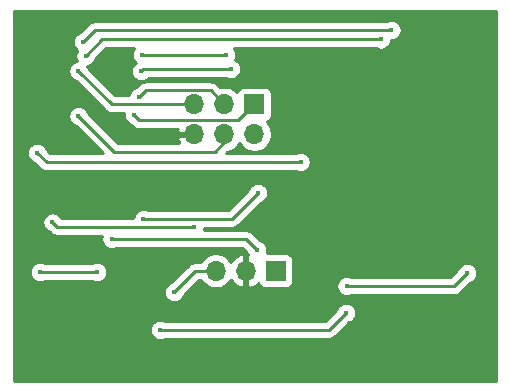
<source format=gbr>
G04 #@! TF.GenerationSoftware,KiCad,Pcbnew,(5.1.8)-1*
G04 #@! TF.CreationDate,2020-12-08T15:00:02-05:00*
G04 #@! TF.ProjectId,megadesk,6d656761-6465-4736-9b2e-6b696361645f,rev?*
G04 #@! TF.SameCoordinates,Original*
G04 #@! TF.FileFunction,Copper,L2,Bot*
G04 #@! TF.FilePolarity,Positive*
%FSLAX46Y46*%
G04 Gerber Fmt 4.6, Leading zero omitted, Abs format (unit mm)*
G04 Created by KiCad (PCBNEW (5.1.8)-1) date 2020-12-08 15:00:02*
%MOMM*%
%LPD*%
G01*
G04 APERTURE LIST*
G04 #@! TA.AperFunction,ComponentPad*
%ADD10R,1.700000X1.700000*%
G04 #@! TD*
G04 #@! TA.AperFunction,ComponentPad*
%ADD11O,1.700000X1.700000*%
G04 #@! TD*
G04 #@! TA.AperFunction,ViaPad*
%ADD12C,0.450000*%
G04 #@! TD*
G04 #@! TA.AperFunction,Conductor*
%ADD13C,0.250000*%
G04 #@! TD*
G04 #@! TA.AperFunction,Conductor*
%ADD14C,0.254000*%
G04 #@! TD*
G04 #@! TA.AperFunction,Conductor*
%ADD15C,0.100000*%
G04 #@! TD*
G04 APERTURE END LIST*
D10*
X119800000Y-113200000D03*
D11*
X119800000Y-115740000D03*
X117260000Y-113200000D03*
X117260000Y-115740000D03*
X114720000Y-113200000D03*
X114720000Y-115740000D03*
D10*
X121600000Y-127300000D03*
D11*
X119060000Y-127300000D03*
X116520000Y-127300000D03*
D12*
X102700000Y-123200000D03*
X101630000Y-127400000D03*
X106480000Y-127400000D03*
X114700000Y-123600000D03*
X112500000Y-115900000D03*
X109800000Y-116000000D03*
X130300000Y-118100000D03*
X131700000Y-129600000D03*
X131700000Y-130600000D03*
X131700000Y-131600000D03*
X131700000Y-132600000D03*
X131700000Y-133600000D03*
X131700000Y-134600000D03*
X131700000Y-135600000D03*
X130700000Y-129600000D03*
X130700000Y-130600000D03*
X130700000Y-131600000D03*
X130700000Y-132600000D03*
X130700000Y-133600000D03*
X130700000Y-134600000D03*
X130700000Y-135600000D03*
X108900000Y-120000000D03*
X114500000Y-121500000D03*
X107700000Y-131600000D03*
X107700000Y-132600000D03*
X107700000Y-133600000D03*
X107700000Y-134600000D03*
X108700000Y-131600000D03*
X108700000Y-132600000D03*
X108700000Y-133600000D03*
X108700000Y-134600000D03*
X108700000Y-135600000D03*
X107700000Y-135600000D03*
X128000000Y-109300000D03*
X132800000Y-115700000D03*
X118700000Y-119600000D03*
X121800000Y-121600000D03*
X111800000Y-132300000D03*
X127570000Y-130840000D03*
X113000000Y-129100000D03*
X109600000Y-114100000D03*
X110000000Y-112600000D03*
X104900000Y-114200000D03*
X104900000Y-110400000D03*
X137800000Y-127500000D03*
X107700000Y-124600000D03*
X127600000Y-128600000D03*
X120036000Y-125555000D03*
X110300000Y-109000000D03*
X117400000Y-109000000D03*
X117800000Y-110200000D03*
X110200000Y-110400000D03*
X120100000Y-120700000D03*
X110400000Y-122899994D03*
X131400000Y-106900000D03*
X105300000Y-107900000D03*
X130500000Y-107700000D03*
X105500000Y-109100000D03*
X123700000Y-118100000D03*
X101400000Y-117300000D03*
D13*
X103100000Y-123600000D02*
X102700000Y-123200000D01*
X114700000Y-123600000D02*
X103100000Y-123600000D01*
X101630000Y-127400000D02*
X106480000Y-127400000D01*
X126110000Y-132300000D02*
X127570000Y-130840000D01*
X111800000Y-132300000D02*
X126110000Y-132300000D01*
X116520000Y-127300000D02*
X114800000Y-127300000D01*
X114800000Y-127300000D02*
X113000000Y-129100000D01*
X118435001Y-114564999D02*
X119800000Y-113200000D01*
X110064999Y-114564999D02*
X118435001Y-114564999D01*
X109600000Y-114100000D02*
X110064999Y-114564999D01*
X116084999Y-112024999D02*
X117260000Y-113200000D01*
X110575001Y-112024999D02*
X116084999Y-112024999D01*
X110000000Y-112600000D02*
X110575001Y-112024999D01*
X116430002Y-117200000D02*
X117260000Y-116370002D01*
X107900000Y-117200000D02*
X116430002Y-117200000D01*
X117260000Y-116370002D02*
X117260000Y-115740000D01*
X104900000Y-114200000D02*
X107900000Y-117200000D01*
X107700000Y-113200000D02*
X114720000Y-113200000D01*
X104900000Y-110400000D02*
X107700000Y-113200000D01*
X136700000Y-128600000D02*
X127600000Y-128600000D01*
X137800000Y-127500000D02*
X136700000Y-128600000D01*
X119081000Y-124600000D02*
X120036000Y-125555000D01*
X107700000Y-124600000D02*
X119081000Y-124600000D01*
X110300000Y-109000000D02*
X117400000Y-109000000D01*
X110400000Y-110200000D02*
X110200000Y-110400000D01*
X117800000Y-110200000D02*
X110400000Y-110200000D01*
X120100000Y-120700000D02*
X117900006Y-122899994D01*
X117900006Y-122899994D02*
X110400000Y-122899994D01*
X106300000Y-106900000D02*
X105300000Y-107900000D01*
X131400000Y-106900000D02*
X106300000Y-106900000D01*
X106900000Y-107700000D02*
X105500000Y-109100000D01*
X130500000Y-107700000D02*
X106900000Y-107700000D01*
X123700000Y-118100000D02*
X102200000Y-118100000D01*
X102200000Y-118100000D02*
X101400000Y-117300000D01*
D14*
X140240000Y-136640000D02*
X99410000Y-136640000D01*
X99410000Y-132215297D01*
X110940000Y-132215297D01*
X110940000Y-132384703D01*
X110973049Y-132550853D01*
X111037878Y-132707363D01*
X111131995Y-132848218D01*
X111251782Y-132968005D01*
X111392637Y-133062122D01*
X111549147Y-133126951D01*
X111715297Y-133160000D01*
X111884703Y-133160000D01*
X112050853Y-133126951D01*
X112207363Y-133062122D01*
X112210539Y-133060000D01*
X126072678Y-133060000D01*
X126110000Y-133063676D01*
X126147322Y-133060000D01*
X126147333Y-133060000D01*
X126258986Y-133049003D01*
X126402247Y-133005546D01*
X126534276Y-132934974D01*
X126650001Y-132840001D01*
X126673804Y-132810997D01*
X127817105Y-131667696D01*
X127820853Y-131666951D01*
X127977363Y-131602122D01*
X128118218Y-131508005D01*
X128238005Y-131388218D01*
X128332122Y-131247363D01*
X128396951Y-131090853D01*
X128430000Y-130924703D01*
X128430000Y-130755297D01*
X128396951Y-130589147D01*
X128332122Y-130432637D01*
X128238005Y-130291782D01*
X128118218Y-130171995D01*
X127977363Y-130077878D01*
X127820853Y-130013049D01*
X127654703Y-129980000D01*
X127485297Y-129980000D01*
X127319147Y-130013049D01*
X127162637Y-130077878D01*
X127021782Y-130171995D01*
X126901995Y-130291782D01*
X126807878Y-130432637D01*
X126743049Y-130589147D01*
X126742304Y-130592895D01*
X125795199Y-131540000D01*
X112210539Y-131540000D01*
X112207363Y-131537878D01*
X112050853Y-131473049D01*
X111884703Y-131440000D01*
X111715297Y-131440000D01*
X111549147Y-131473049D01*
X111392637Y-131537878D01*
X111251782Y-131631995D01*
X111131995Y-131751782D01*
X111037878Y-131892637D01*
X110973049Y-132049147D01*
X110940000Y-132215297D01*
X99410000Y-132215297D01*
X99410000Y-129015297D01*
X112140000Y-129015297D01*
X112140000Y-129184703D01*
X112173049Y-129350853D01*
X112237878Y-129507363D01*
X112331995Y-129648218D01*
X112451782Y-129768005D01*
X112592637Y-129862122D01*
X112749147Y-129926951D01*
X112915297Y-129960000D01*
X113084703Y-129960000D01*
X113250853Y-129926951D01*
X113407363Y-129862122D01*
X113548218Y-129768005D01*
X113668005Y-129648218D01*
X113762122Y-129507363D01*
X113826951Y-129350853D01*
X113827697Y-129347105D01*
X115114803Y-128060000D01*
X115241822Y-128060000D01*
X115366525Y-128246632D01*
X115573368Y-128453475D01*
X115816589Y-128615990D01*
X116086842Y-128727932D01*
X116373740Y-128785000D01*
X116666260Y-128785000D01*
X116953158Y-128727932D01*
X117223411Y-128615990D01*
X117466632Y-128453475D01*
X117673475Y-128246632D01*
X117795195Y-128064466D01*
X117864822Y-128181355D01*
X118059731Y-128397588D01*
X118293080Y-128571641D01*
X118555901Y-128696825D01*
X118703110Y-128741476D01*
X118933000Y-128620155D01*
X118933000Y-127427000D01*
X118913000Y-127427000D01*
X118913000Y-127173000D01*
X118933000Y-127173000D01*
X118933000Y-125979845D01*
X118703110Y-125858524D01*
X118555901Y-125903175D01*
X118293080Y-126028359D01*
X118059731Y-126202412D01*
X117864822Y-126418645D01*
X117795195Y-126535534D01*
X117673475Y-126353368D01*
X117466632Y-126146525D01*
X117223411Y-125984010D01*
X116953158Y-125872068D01*
X116666260Y-125815000D01*
X116373740Y-125815000D01*
X116086842Y-125872068D01*
X115816589Y-125984010D01*
X115573368Y-126146525D01*
X115366525Y-126353368D01*
X115241822Y-126540000D01*
X114837322Y-126540000D01*
X114799999Y-126536324D01*
X114762676Y-126540000D01*
X114762667Y-126540000D01*
X114651014Y-126550997D01*
X114507753Y-126594454D01*
X114375724Y-126665026D01*
X114375722Y-126665027D01*
X114375723Y-126665027D01*
X114288996Y-126736201D01*
X114288992Y-126736205D01*
X114259999Y-126759999D01*
X114236205Y-126788992D01*
X112752895Y-128272303D01*
X112749147Y-128273049D01*
X112592637Y-128337878D01*
X112451782Y-128431995D01*
X112331995Y-128551782D01*
X112237878Y-128692637D01*
X112173049Y-128849147D01*
X112140000Y-129015297D01*
X99410000Y-129015297D01*
X99410000Y-127315297D01*
X100770000Y-127315297D01*
X100770000Y-127484703D01*
X100803049Y-127650853D01*
X100867878Y-127807363D01*
X100961995Y-127948218D01*
X101081782Y-128068005D01*
X101222637Y-128162122D01*
X101379147Y-128226951D01*
X101545297Y-128260000D01*
X101714703Y-128260000D01*
X101880853Y-128226951D01*
X102037363Y-128162122D01*
X102040539Y-128160000D01*
X106069461Y-128160000D01*
X106072637Y-128162122D01*
X106229147Y-128226951D01*
X106395297Y-128260000D01*
X106564703Y-128260000D01*
X106730853Y-128226951D01*
X106887363Y-128162122D01*
X107028218Y-128068005D01*
X107148005Y-127948218D01*
X107242122Y-127807363D01*
X107306951Y-127650853D01*
X107340000Y-127484703D01*
X107340000Y-127315297D01*
X107306951Y-127149147D01*
X107242122Y-126992637D01*
X107148005Y-126851782D01*
X107028218Y-126731995D01*
X106887363Y-126637878D01*
X106730853Y-126573049D01*
X106564703Y-126540000D01*
X106395297Y-126540000D01*
X106229147Y-126573049D01*
X106072637Y-126637878D01*
X106069461Y-126640000D01*
X102040539Y-126640000D01*
X102037363Y-126637878D01*
X101880853Y-126573049D01*
X101714703Y-126540000D01*
X101545297Y-126540000D01*
X101379147Y-126573049D01*
X101222637Y-126637878D01*
X101081782Y-126731995D01*
X100961995Y-126851782D01*
X100867878Y-126992637D01*
X100803049Y-127149147D01*
X100770000Y-127315297D01*
X99410000Y-127315297D01*
X99410000Y-123115297D01*
X101840000Y-123115297D01*
X101840000Y-123284703D01*
X101873049Y-123450853D01*
X101937878Y-123607363D01*
X102031995Y-123748218D01*
X102151782Y-123868005D01*
X102292637Y-123962122D01*
X102449147Y-124026951D01*
X102452895Y-124027696D01*
X102536200Y-124111002D01*
X102559999Y-124140001D01*
X102675724Y-124234974D01*
X102807753Y-124305546D01*
X102951014Y-124349003D01*
X103062667Y-124360000D01*
X103062676Y-124360000D01*
X103099999Y-124363676D01*
X103137322Y-124360000D01*
X106870890Y-124360000D01*
X106840000Y-124515297D01*
X106840000Y-124684703D01*
X106873049Y-124850853D01*
X106937878Y-125007363D01*
X107031995Y-125148218D01*
X107151782Y-125268005D01*
X107292637Y-125362122D01*
X107449147Y-125426951D01*
X107615297Y-125460000D01*
X107784703Y-125460000D01*
X107950853Y-125426951D01*
X108107363Y-125362122D01*
X108110539Y-125360000D01*
X118766199Y-125360000D01*
X119208304Y-125802105D01*
X119209049Y-125805853D01*
X119264236Y-125939085D01*
X119187000Y-125979845D01*
X119187000Y-127173000D01*
X119207000Y-127173000D01*
X119207000Y-127427000D01*
X119187000Y-127427000D01*
X119187000Y-128620155D01*
X119416890Y-128741476D01*
X119564099Y-128696825D01*
X119826920Y-128571641D01*
X120060269Y-128397588D01*
X120136034Y-128313534D01*
X120160498Y-128394180D01*
X120219463Y-128504494D01*
X120298815Y-128601185D01*
X120395506Y-128680537D01*
X120505820Y-128739502D01*
X120625518Y-128775812D01*
X120750000Y-128788072D01*
X122450000Y-128788072D01*
X122574482Y-128775812D01*
X122694180Y-128739502D01*
X122804494Y-128680537D01*
X122901185Y-128601185D01*
X122971671Y-128515297D01*
X126740000Y-128515297D01*
X126740000Y-128684703D01*
X126773049Y-128850853D01*
X126837878Y-129007363D01*
X126931995Y-129148218D01*
X127051782Y-129268005D01*
X127192637Y-129362122D01*
X127349147Y-129426951D01*
X127515297Y-129460000D01*
X127684703Y-129460000D01*
X127850853Y-129426951D01*
X128007363Y-129362122D01*
X128010539Y-129360000D01*
X136662678Y-129360000D01*
X136700000Y-129363676D01*
X136737322Y-129360000D01*
X136737333Y-129360000D01*
X136848986Y-129349003D01*
X136992247Y-129305546D01*
X137124276Y-129234974D01*
X137240001Y-129140001D01*
X137263804Y-129110998D01*
X138047105Y-128327696D01*
X138050853Y-128326951D01*
X138207363Y-128262122D01*
X138348218Y-128168005D01*
X138468005Y-128048218D01*
X138562122Y-127907363D01*
X138626951Y-127750853D01*
X138660000Y-127584703D01*
X138660000Y-127415297D01*
X138626951Y-127249147D01*
X138562122Y-127092637D01*
X138468005Y-126951782D01*
X138348218Y-126831995D01*
X138207363Y-126737878D01*
X138050853Y-126673049D01*
X137884703Y-126640000D01*
X137715297Y-126640000D01*
X137549147Y-126673049D01*
X137392637Y-126737878D01*
X137251782Y-126831995D01*
X137131995Y-126951782D01*
X137037878Y-127092637D01*
X136973049Y-127249147D01*
X136972304Y-127252895D01*
X136385199Y-127840000D01*
X128010539Y-127840000D01*
X128007363Y-127837878D01*
X127850853Y-127773049D01*
X127684703Y-127740000D01*
X127515297Y-127740000D01*
X127349147Y-127773049D01*
X127192637Y-127837878D01*
X127051782Y-127931995D01*
X126931995Y-128051782D01*
X126837878Y-128192637D01*
X126773049Y-128349147D01*
X126740000Y-128515297D01*
X122971671Y-128515297D01*
X122980537Y-128504494D01*
X123039502Y-128394180D01*
X123075812Y-128274482D01*
X123088072Y-128150000D01*
X123088072Y-126450000D01*
X123075812Y-126325518D01*
X123039502Y-126205820D01*
X122980537Y-126095506D01*
X122901185Y-125998815D01*
X122804494Y-125919463D01*
X122694180Y-125860498D01*
X122574482Y-125824188D01*
X122450000Y-125811928D01*
X120860435Y-125811928D01*
X120862951Y-125805853D01*
X120896000Y-125639703D01*
X120896000Y-125470297D01*
X120862951Y-125304147D01*
X120798122Y-125147637D01*
X120704005Y-125006782D01*
X120584218Y-124886995D01*
X120443363Y-124792878D01*
X120286853Y-124728049D01*
X120283105Y-124727304D01*
X119644804Y-124089002D01*
X119621001Y-124059999D01*
X119505276Y-123965026D01*
X119373247Y-123894454D01*
X119229986Y-123850997D01*
X119118333Y-123840000D01*
X119118322Y-123840000D01*
X119081000Y-123836324D01*
X119043678Y-123840000D01*
X115529110Y-123840000D01*
X115560000Y-123684703D01*
X115560000Y-123659994D01*
X117862684Y-123659994D01*
X117900006Y-123663670D01*
X117937328Y-123659994D01*
X117937339Y-123659994D01*
X118048992Y-123648997D01*
X118192253Y-123605540D01*
X118324282Y-123534968D01*
X118440007Y-123439995D01*
X118463810Y-123410991D01*
X120347105Y-121527696D01*
X120350853Y-121526951D01*
X120507363Y-121462122D01*
X120648218Y-121368005D01*
X120768005Y-121248218D01*
X120862122Y-121107363D01*
X120926951Y-120950853D01*
X120960000Y-120784703D01*
X120960000Y-120615297D01*
X120926951Y-120449147D01*
X120862122Y-120292637D01*
X120768005Y-120151782D01*
X120648218Y-120031995D01*
X120507363Y-119937878D01*
X120350853Y-119873049D01*
X120184703Y-119840000D01*
X120015297Y-119840000D01*
X119849147Y-119873049D01*
X119692637Y-119937878D01*
X119551782Y-120031995D01*
X119431995Y-120151782D01*
X119337878Y-120292637D01*
X119273049Y-120449147D01*
X119272304Y-120452895D01*
X117585205Y-122139994D01*
X110810539Y-122139994D01*
X110807363Y-122137872D01*
X110650853Y-122073043D01*
X110484703Y-122039994D01*
X110315297Y-122039994D01*
X110149147Y-122073043D01*
X109992637Y-122137872D01*
X109851782Y-122231989D01*
X109731995Y-122351776D01*
X109637878Y-122492631D01*
X109573049Y-122649141D01*
X109540000Y-122815291D01*
X109540000Y-122840000D01*
X103481741Y-122840000D01*
X103462122Y-122792637D01*
X103368005Y-122651782D01*
X103248218Y-122531995D01*
X103107363Y-122437878D01*
X102950853Y-122373049D01*
X102784703Y-122340000D01*
X102615297Y-122340000D01*
X102449147Y-122373049D01*
X102292637Y-122437878D01*
X102151782Y-122531995D01*
X102031995Y-122651782D01*
X101937878Y-122792637D01*
X101873049Y-122949147D01*
X101840000Y-123115297D01*
X99410000Y-123115297D01*
X99410000Y-117215297D01*
X100540000Y-117215297D01*
X100540000Y-117384703D01*
X100573049Y-117550853D01*
X100637878Y-117707363D01*
X100731995Y-117848218D01*
X100851782Y-117968005D01*
X100992637Y-118062122D01*
X101149147Y-118126951D01*
X101152895Y-118127697D01*
X101636201Y-118611002D01*
X101659999Y-118640001D01*
X101775724Y-118734974D01*
X101907753Y-118805546D01*
X102051014Y-118849003D01*
X102162667Y-118860000D01*
X102162677Y-118860000D01*
X102200000Y-118863676D01*
X102237323Y-118860000D01*
X123289461Y-118860000D01*
X123292637Y-118862122D01*
X123449147Y-118926951D01*
X123615297Y-118960000D01*
X123784703Y-118960000D01*
X123950853Y-118926951D01*
X124107363Y-118862122D01*
X124248218Y-118768005D01*
X124368005Y-118648218D01*
X124462122Y-118507363D01*
X124526951Y-118350853D01*
X124560000Y-118184703D01*
X124560000Y-118015297D01*
X124526951Y-117849147D01*
X124462122Y-117692637D01*
X124368005Y-117551782D01*
X124248218Y-117431995D01*
X124107363Y-117337878D01*
X123950853Y-117273049D01*
X123784703Y-117240000D01*
X123615297Y-117240000D01*
X123449147Y-117273049D01*
X123292637Y-117337878D01*
X123289461Y-117340000D01*
X117364804Y-117340000D01*
X117498066Y-117206739D01*
X117693158Y-117167932D01*
X117963411Y-117055990D01*
X118206632Y-116893475D01*
X118413475Y-116686632D01*
X118530000Y-116512240D01*
X118646525Y-116686632D01*
X118853368Y-116893475D01*
X119096589Y-117055990D01*
X119366842Y-117167932D01*
X119653740Y-117225000D01*
X119946260Y-117225000D01*
X120233158Y-117167932D01*
X120503411Y-117055990D01*
X120746632Y-116893475D01*
X120953475Y-116686632D01*
X121115990Y-116443411D01*
X121227932Y-116173158D01*
X121285000Y-115886260D01*
X121285000Y-115593740D01*
X121227932Y-115306842D01*
X121115990Y-115036589D01*
X120953475Y-114793368D01*
X120821620Y-114661513D01*
X120894180Y-114639502D01*
X121004494Y-114580537D01*
X121101185Y-114501185D01*
X121180537Y-114404494D01*
X121239502Y-114294180D01*
X121275812Y-114174482D01*
X121288072Y-114050000D01*
X121288072Y-112350000D01*
X121275812Y-112225518D01*
X121239502Y-112105820D01*
X121180537Y-111995506D01*
X121101185Y-111898815D01*
X121004494Y-111819463D01*
X120894180Y-111760498D01*
X120774482Y-111724188D01*
X120650000Y-111711928D01*
X118950000Y-111711928D01*
X118825518Y-111724188D01*
X118705820Y-111760498D01*
X118595506Y-111819463D01*
X118498815Y-111898815D01*
X118419463Y-111995506D01*
X118360498Y-112105820D01*
X118338487Y-112178380D01*
X118206632Y-112046525D01*
X117963411Y-111884010D01*
X117693158Y-111772068D01*
X117406260Y-111715000D01*
X117113740Y-111715000D01*
X116893592Y-111758791D01*
X116648803Y-111514002D01*
X116625000Y-111484998D01*
X116509275Y-111390025D01*
X116377246Y-111319453D01*
X116233985Y-111275996D01*
X116122332Y-111264999D01*
X116122321Y-111264999D01*
X116084999Y-111261323D01*
X116047677Y-111264999D01*
X110612323Y-111264999D01*
X110575000Y-111261323D01*
X110537677Y-111264999D01*
X110537668Y-111264999D01*
X110426015Y-111275996D01*
X110282754Y-111319453D01*
X110150725Y-111390025D01*
X110035000Y-111484998D01*
X110011201Y-111513997D01*
X109752895Y-111772303D01*
X109749147Y-111773049D01*
X109592637Y-111837878D01*
X109451782Y-111931995D01*
X109331995Y-112051782D01*
X109237878Y-112192637D01*
X109173049Y-112349147D01*
X109154977Y-112440000D01*
X108014802Y-112440000D01*
X105727697Y-110152896D01*
X105726951Y-110149147D01*
X105662122Y-109992637D01*
X105633790Y-109950236D01*
X105750853Y-109926951D01*
X105907363Y-109862122D01*
X106048218Y-109768005D01*
X106168005Y-109648218D01*
X106262122Y-109507363D01*
X106326951Y-109350853D01*
X106327697Y-109347105D01*
X107214802Y-108460000D01*
X109626504Y-108460000D01*
X109537878Y-108592637D01*
X109473049Y-108749147D01*
X109440000Y-108915297D01*
X109440000Y-109084703D01*
X109473049Y-109250853D01*
X109537878Y-109407363D01*
X109631995Y-109548218D01*
X109750087Y-109666310D01*
X109651782Y-109731995D01*
X109531995Y-109851782D01*
X109437878Y-109992637D01*
X109373049Y-110149147D01*
X109340000Y-110315297D01*
X109340000Y-110484703D01*
X109373049Y-110650853D01*
X109437878Y-110807363D01*
X109531995Y-110948218D01*
X109651782Y-111068005D01*
X109792637Y-111162122D01*
X109949147Y-111226951D01*
X110115297Y-111260000D01*
X110284703Y-111260000D01*
X110450853Y-111226951D01*
X110607363Y-111162122D01*
X110748218Y-111068005D01*
X110856223Y-110960000D01*
X117389461Y-110960000D01*
X117392637Y-110962122D01*
X117549147Y-111026951D01*
X117715297Y-111060000D01*
X117884703Y-111060000D01*
X118050853Y-111026951D01*
X118207363Y-110962122D01*
X118348218Y-110868005D01*
X118468005Y-110748218D01*
X118562122Y-110607363D01*
X118626951Y-110450853D01*
X118660000Y-110284703D01*
X118660000Y-110115297D01*
X118626951Y-109949147D01*
X118562122Y-109792637D01*
X118468005Y-109651782D01*
X118348218Y-109531995D01*
X118207363Y-109437878D01*
X118155959Y-109416586D01*
X118162122Y-109407363D01*
X118226951Y-109250853D01*
X118260000Y-109084703D01*
X118260000Y-108915297D01*
X118226951Y-108749147D01*
X118162122Y-108592637D01*
X118073496Y-108460000D01*
X130089461Y-108460000D01*
X130092637Y-108462122D01*
X130249147Y-108526951D01*
X130415297Y-108560000D01*
X130584703Y-108560000D01*
X130750853Y-108526951D01*
X130907363Y-108462122D01*
X131048218Y-108368005D01*
X131168005Y-108248218D01*
X131262122Y-108107363D01*
X131326951Y-107950853D01*
X131360000Y-107784703D01*
X131360000Y-107760000D01*
X131484703Y-107760000D01*
X131650853Y-107726951D01*
X131807363Y-107662122D01*
X131948218Y-107568005D01*
X132068005Y-107448218D01*
X132162122Y-107307363D01*
X132226951Y-107150853D01*
X132260000Y-106984703D01*
X132260000Y-106815297D01*
X132226951Y-106649147D01*
X132162122Y-106492637D01*
X132068005Y-106351782D01*
X131948218Y-106231995D01*
X131807363Y-106137878D01*
X131650853Y-106073049D01*
X131484703Y-106040000D01*
X131315297Y-106040000D01*
X131149147Y-106073049D01*
X130992637Y-106137878D01*
X130989461Y-106140000D01*
X106337333Y-106140000D01*
X106300000Y-106136323D01*
X106262667Y-106140000D01*
X106151014Y-106150997D01*
X106007753Y-106194454D01*
X105875724Y-106265026D01*
X105759999Y-106359999D01*
X105736201Y-106388997D01*
X105052895Y-107072303D01*
X105049147Y-107073049D01*
X104892637Y-107137878D01*
X104751782Y-107231995D01*
X104631995Y-107351782D01*
X104537878Y-107492637D01*
X104473049Y-107649147D01*
X104440000Y-107815297D01*
X104440000Y-107984703D01*
X104473049Y-108150853D01*
X104537878Y-108307363D01*
X104631995Y-108448218D01*
X104751782Y-108568005D01*
X104799742Y-108600051D01*
X104737878Y-108692637D01*
X104673049Y-108849147D01*
X104640000Y-109015297D01*
X104640000Y-109184703D01*
X104673049Y-109350853D01*
X104737878Y-109507363D01*
X104766210Y-109549764D01*
X104649147Y-109573049D01*
X104492637Y-109637878D01*
X104351782Y-109731995D01*
X104231995Y-109851782D01*
X104137878Y-109992637D01*
X104073049Y-110149147D01*
X104040000Y-110315297D01*
X104040000Y-110484703D01*
X104073049Y-110650853D01*
X104137878Y-110807363D01*
X104231995Y-110948218D01*
X104351782Y-111068005D01*
X104492637Y-111162122D01*
X104649147Y-111226951D01*
X104652896Y-111227697D01*
X107136201Y-113711003D01*
X107159999Y-113740001D01*
X107188997Y-113763799D01*
X107275723Y-113834974D01*
X107302239Y-113849147D01*
X107407753Y-113905546D01*
X107551014Y-113949003D01*
X107662667Y-113960000D01*
X107662677Y-113960000D01*
X107700000Y-113963676D01*
X107737323Y-113960000D01*
X108750999Y-113960000D01*
X108740000Y-114015297D01*
X108740000Y-114184703D01*
X108773049Y-114350853D01*
X108837878Y-114507363D01*
X108931995Y-114648218D01*
X109051782Y-114768005D01*
X109192637Y-114862122D01*
X109349147Y-114926951D01*
X109352896Y-114927697D01*
X109501195Y-115075996D01*
X109524998Y-115105000D01*
X109598145Y-115165030D01*
X109640722Y-115199973D01*
X109772752Y-115270545D01*
X109916013Y-115314002D01*
X110027666Y-115324999D01*
X110027676Y-115324999D01*
X110064999Y-115328675D01*
X110102322Y-115324999D01*
X113299132Y-115324999D01*
X113278519Y-115383109D01*
X113399186Y-115613000D01*
X114593000Y-115613000D01*
X114593000Y-115593000D01*
X114847000Y-115593000D01*
X114847000Y-115613000D01*
X114867000Y-115613000D01*
X114867000Y-115867000D01*
X114847000Y-115867000D01*
X114847000Y-115887000D01*
X114593000Y-115887000D01*
X114593000Y-115867000D01*
X113399186Y-115867000D01*
X113278519Y-116096891D01*
X113375843Y-116371252D01*
X113416794Y-116440000D01*
X108214802Y-116440000D01*
X105727697Y-113952896D01*
X105726951Y-113949147D01*
X105662122Y-113792637D01*
X105568005Y-113651782D01*
X105448218Y-113531995D01*
X105307363Y-113437878D01*
X105150853Y-113373049D01*
X104984703Y-113340000D01*
X104815297Y-113340000D01*
X104649147Y-113373049D01*
X104492637Y-113437878D01*
X104351782Y-113531995D01*
X104231995Y-113651782D01*
X104137878Y-113792637D01*
X104073049Y-113949147D01*
X104040000Y-114115297D01*
X104040000Y-114284703D01*
X104073049Y-114450853D01*
X104137878Y-114607363D01*
X104231995Y-114748218D01*
X104351782Y-114868005D01*
X104492637Y-114962122D01*
X104649147Y-115026951D01*
X104652896Y-115027697D01*
X106965198Y-117340000D01*
X102514802Y-117340000D01*
X102227697Y-117052895D01*
X102226951Y-117049147D01*
X102162122Y-116892637D01*
X102068005Y-116751782D01*
X101948218Y-116631995D01*
X101807363Y-116537878D01*
X101650853Y-116473049D01*
X101484703Y-116440000D01*
X101315297Y-116440000D01*
X101149147Y-116473049D01*
X100992637Y-116537878D01*
X100851782Y-116631995D01*
X100731995Y-116751782D01*
X100637878Y-116892637D01*
X100573049Y-117049147D01*
X100540000Y-117215297D01*
X99410000Y-117215297D01*
X99410000Y-105310000D01*
X140240001Y-105310000D01*
X140240000Y-136640000D01*
G04 #@! TA.AperFunction,Conductor*
D15*
G36*
X140240000Y-136640000D02*
G01*
X99410000Y-136640000D01*
X99410000Y-132215297D01*
X110940000Y-132215297D01*
X110940000Y-132384703D01*
X110973049Y-132550853D01*
X111037878Y-132707363D01*
X111131995Y-132848218D01*
X111251782Y-132968005D01*
X111392637Y-133062122D01*
X111549147Y-133126951D01*
X111715297Y-133160000D01*
X111884703Y-133160000D01*
X112050853Y-133126951D01*
X112207363Y-133062122D01*
X112210539Y-133060000D01*
X126072678Y-133060000D01*
X126110000Y-133063676D01*
X126147322Y-133060000D01*
X126147333Y-133060000D01*
X126258986Y-133049003D01*
X126402247Y-133005546D01*
X126534276Y-132934974D01*
X126650001Y-132840001D01*
X126673804Y-132810997D01*
X127817105Y-131667696D01*
X127820853Y-131666951D01*
X127977363Y-131602122D01*
X128118218Y-131508005D01*
X128238005Y-131388218D01*
X128332122Y-131247363D01*
X128396951Y-131090853D01*
X128430000Y-130924703D01*
X128430000Y-130755297D01*
X128396951Y-130589147D01*
X128332122Y-130432637D01*
X128238005Y-130291782D01*
X128118218Y-130171995D01*
X127977363Y-130077878D01*
X127820853Y-130013049D01*
X127654703Y-129980000D01*
X127485297Y-129980000D01*
X127319147Y-130013049D01*
X127162637Y-130077878D01*
X127021782Y-130171995D01*
X126901995Y-130291782D01*
X126807878Y-130432637D01*
X126743049Y-130589147D01*
X126742304Y-130592895D01*
X125795199Y-131540000D01*
X112210539Y-131540000D01*
X112207363Y-131537878D01*
X112050853Y-131473049D01*
X111884703Y-131440000D01*
X111715297Y-131440000D01*
X111549147Y-131473049D01*
X111392637Y-131537878D01*
X111251782Y-131631995D01*
X111131995Y-131751782D01*
X111037878Y-131892637D01*
X110973049Y-132049147D01*
X110940000Y-132215297D01*
X99410000Y-132215297D01*
X99410000Y-129015297D01*
X112140000Y-129015297D01*
X112140000Y-129184703D01*
X112173049Y-129350853D01*
X112237878Y-129507363D01*
X112331995Y-129648218D01*
X112451782Y-129768005D01*
X112592637Y-129862122D01*
X112749147Y-129926951D01*
X112915297Y-129960000D01*
X113084703Y-129960000D01*
X113250853Y-129926951D01*
X113407363Y-129862122D01*
X113548218Y-129768005D01*
X113668005Y-129648218D01*
X113762122Y-129507363D01*
X113826951Y-129350853D01*
X113827697Y-129347105D01*
X115114803Y-128060000D01*
X115241822Y-128060000D01*
X115366525Y-128246632D01*
X115573368Y-128453475D01*
X115816589Y-128615990D01*
X116086842Y-128727932D01*
X116373740Y-128785000D01*
X116666260Y-128785000D01*
X116953158Y-128727932D01*
X117223411Y-128615990D01*
X117466632Y-128453475D01*
X117673475Y-128246632D01*
X117795195Y-128064466D01*
X117864822Y-128181355D01*
X118059731Y-128397588D01*
X118293080Y-128571641D01*
X118555901Y-128696825D01*
X118703110Y-128741476D01*
X118933000Y-128620155D01*
X118933000Y-127427000D01*
X118913000Y-127427000D01*
X118913000Y-127173000D01*
X118933000Y-127173000D01*
X118933000Y-125979845D01*
X118703110Y-125858524D01*
X118555901Y-125903175D01*
X118293080Y-126028359D01*
X118059731Y-126202412D01*
X117864822Y-126418645D01*
X117795195Y-126535534D01*
X117673475Y-126353368D01*
X117466632Y-126146525D01*
X117223411Y-125984010D01*
X116953158Y-125872068D01*
X116666260Y-125815000D01*
X116373740Y-125815000D01*
X116086842Y-125872068D01*
X115816589Y-125984010D01*
X115573368Y-126146525D01*
X115366525Y-126353368D01*
X115241822Y-126540000D01*
X114837322Y-126540000D01*
X114799999Y-126536324D01*
X114762676Y-126540000D01*
X114762667Y-126540000D01*
X114651014Y-126550997D01*
X114507753Y-126594454D01*
X114375724Y-126665026D01*
X114375722Y-126665027D01*
X114375723Y-126665027D01*
X114288996Y-126736201D01*
X114288992Y-126736205D01*
X114259999Y-126759999D01*
X114236205Y-126788992D01*
X112752895Y-128272303D01*
X112749147Y-128273049D01*
X112592637Y-128337878D01*
X112451782Y-128431995D01*
X112331995Y-128551782D01*
X112237878Y-128692637D01*
X112173049Y-128849147D01*
X112140000Y-129015297D01*
X99410000Y-129015297D01*
X99410000Y-127315297D01*
X100770000Y-127315297D01*
X100770000Y-127484703D01*
X100803049Y-127650853D01*
X100867878Y-127807363D01*
X100961995Y-127948218D01*
X101081782Y-128068005D01*
X101222637Y-128162122D01*
X101379147Y-128226951D01*
X101545297Y-128260000D01*
X101714703Y-128260000D01*
X101880853Y-128226951D01*
X102037363Y-128162122D01*
X102040539Y-128160000D01*
X106069461Y-128160000D01*
X106072637Y-128162122D01*
X106229147Y-128226951D01*
X106395297Y-128260000D01*
X106564703Y-128260000D01*
X106730853Y-128226951D01*
X106887363Y-128162122D01*
X107028218Y-128068005D01*
X107148005Y-127948218D01*
X107242122Y-127807363D01*
X107306951Y-127650853D01*
X107340000Y-127484703D01*
X107340000Y-127315297D01*
X107306951Y-127149147D01*
X107242122Y-126992637D01*
X107148005Y-126851782D01*
X107028218Y-126731995D01*
X106887363Y-126637878D01*
X106730853Y-126573049D01*
X106564703Y-126540000D01*
X106395297Y-126540000D01*
X106229147Y-126573049D01*
X106072637Y-126637878D01*
X106069461Y-126640000D01*
X102040539Y-126640000D01*
X102037363Y-126637878D01*
X101880853Y-126573049D01*
X101714703Y-126540000D01*
X101545297Y-126540000D01*
X101379147Y-126573049D01*
X101222637Y-126637878D01*
X101081782Y-126731995D01*
X100961995Y-126851782D01*
X100867878Y-126992637D01*
X100803049Y-127149147D01*
X100770000Y-127315297D01*
X99410000Y-127315297D01*
X99410000Y-123115297D01*
X101840000Y-123115297D01*
X101840000Y-123284703D01*
X101873049Y-123450853D01*
X101937878Y-123607363D01*
X102031995Y-123748218D01*
X102151782Y-123868005D01*
X102292637Y-123962122D01*
X102449147Y-124026951D01*
X102452895Y-124027696D01*
X102536200Y-124111002D01*
X102559999Y-124140001D01*
X102675724Y-124234974D01*
X102807753Y-124305546D01*
X102951014Y-124349003D01*
X103062667Y-124360000D01*
X103062676Y-124360000D01*
X103099999Y-124363676D01*
X103137322Y-124360000D01*
X106870890Y-124360000D01*
X106840000Y-124515297D01*
X106840000Y-124684703D01*
X106873049Y-124850853D01*
X106937878Y-125007363D01*
X107031995Y-125148218D01*
X107151782Y-125268005D01*
X107292637Y-125362122D01*
X107449147Y-125426951D01*
X107615297Y-125460000D01*
X107784703Y-125460000D01*
X107950853Y-125426951D01*
X108107363Y-125362122D01*
X108110539Y-125360000D01*
X118766199Y-125360000D01*
X119208304Y-125802105D01*
X119209049Y-125805853D01*
X119264236Y-125939085D01*
X119187000Y-125979845D01*
X119187000Y-127173000D01*
X119207000Y-127173000D01*
X119207000Y-127427000D01*
X119187000Y-127427000D01*
X119187000Y-128620155D01*
X119416890Y-128741476D01*
X119564099Y-128696825D01*
X119826920Y-128571641D01*
X120060269Y-128397588D01*
X120136034Y-128313534D01*
X120160498Y-128394180D01*
X120219463Y-128504494D01*
X120298815Y-128601185D01*
X120395506Y-128680537D01*
X120505820Y-128739502D01*
X120625518Y-128775812D01*
X120750000Y-128788072D01*
X122450000Y-128788072D01*
X122574482Y-128775812D01*
X122694180Y-128739502D01*
X122804494Y-128680537D01*
X122901185Y-128601185D01*
X122971671Y-128515297D01*
X126740000Y-128515297D01*
X126740000Y-128684703D01*
X126773049Y-128850853D01*
X126837878Y-129007363D01*
X126931995Y-129148218D01*
X127051782Y-129268005D01*
X127192637Y-129362122D01*
X127349147Y-129426951D01*
X127515297Y-129460000D01*
X127684703Y-129460000D01*
X127850853Y-129426951D01*
X128007363Y-129362122D01*
X128010539Y-129360000D01*
X136662678Y-129360000D01*
X136700000Y-129363676D01*
X136737322Y-129360000D01*
X136737333Y-129360000D01*
X136848986Y-129349003D01*
X136992247Y-129305546D01*
X137124276Y-129234974D01*
X137240001Y-129140001D01*
X137263804Y-129110998D01*
X138047105Y-128327696D01*
X138050853Y-128326951D01*
X138207363Y-128262122D01*
X138348218Y-128168005D01*
X138468005Y-128048218D01*
X138562122Y-127907363D01*
X138626951Y-127750853D01*
X138660000Y-127584703D01*
X138660000Y-127415297D01*
X138626951Y-127249147D01*
X138562122Y-127092637D01*
X138468005Y-126951782D01*
X138348218Y-126831995D01*
X138207363Y-126737878D01*
X138050853Y-126673049D01*
X137884703Y-126640000D01*
X137715297Y-126640000D01*
X137549147Y-126673049D01*
X137392637Y-126737878D01*
X137251782Y-126831995D01*
X137131995Y-126951782D01*
X137037878Y-127092637D01*
X136973049Y-127249147D01*
X136972304Y-127252895D01*
X136385199Y-127840000D01*
X128010539Y-127840000D01*
X128007363Y-127837878D01*
X127850853Y-127773049D01*
X127684703Y-127740000D01*
X127515297Y-127740000D01*
X127349147Y-127773049D01*
X127192637Y-127837878D01*
X127051782Y-127931995D01*
X126931995Y-128051782D01*
X126837878Y-128192637D01*
X126773049Y-128349147D01*
X126740000Y-128515297D01*
X122971671Y-128515297D01*
X122980537Y-128504494D01*
X123039502Y-128394180D01*
X123075812Y-128274482D01*
X123088072Y-128150000D01*
X123088072Y-126450000D01*
X123075812Y-126325518D01*
X123039502Y-126205820D01*
X122980537Y-126095506D01*
X122901185Y-125998815D01*
X122804494Y-125919463D01*
X122694180Y-125860498D01*
X122574482Y-125824188D01*
X122450000Y-125811928D01*
X120860435Y-125811928D01*
X120862951Y-125805853D01*
X120896000Y-125639703D01*
X120896000Y-125470297D01*
X120862951Y-125304147D01*
X120798122Y-125147637D01*
X120704005Y-125006782D01*
X120584218Y-124886995D01*
X120443363Y-124792878D01*
X120286853Y-124728049D01*
X120283105Y-124727304D01*
X119644804Y-124089002D01*
X119621001Y-124059999D01*
X119505276Y-123965026D01*
X119373247Y-123894454D01*
X119229986Y-123850997D01*
X119118333Y-123840000D01*
X119118322Y-123840000D01*
X119081000Y-123836324D01*
X119043678Y-123840000D01*
X115529110Y-123840000D01*
X115560000Y-123684703D01*
X115560000Y-123659994D01*
X117862684Y-123659994D01*
X117900006Y-123663670D01*
X117937328Y-123659994D01*
X117937339Y-123659994D01*
X118048992Y-123648997D01*
X118192253Y-123605540D01*
X118324282Y-123534968D01*
X118440007Y-123439995D01*
X118463810Y-123410991D01*
X120347105Y-121527696D01*
X120350853Y-121526951D01*
X120507363Y-121462122D01*
X120648218Y-121368005D01*
X120768005Y-121248218D01*
X120862122Y-121107363D01*
X120926951Y-120950853D01*
X120960000Y-120784703D01*
X120960000Y-120615297D01*
X120926951Y-120449147D01*
X120862122Y-120292637D01*
X120768005Y-120151782D01*
X120648218Y-120031995D01*
X120507363Y-119937878D01*
X120350853Y-119873049D01*
X120184703Y-119840000D01*
X120015297Y-119840000D01*
X119849147Y-119873049D01*
X119692637Y-119937878D01*
X119551782Y-120031995D01*
X119431995Y-120151782D01*
X119337878Y-120292637D01*
X119273049Y-120449147D01*
X119272304Y-120452895D01*
X117585205Y-122139994D01*
X110810539Y-122139994D01*
X110807363Y-122137872D01*
X110650853Y-122073043D01*
X110484703Y-122039994D01*
X110315297Y-122039994D01*
X110149147Y-122073043D01*
X109992637Y-122137872D01*
X109851782Y-122231989D01*
X109731995Y-122351776D01*
X109637878Y-122492631D01*
X109573049Y-122649141D01*
X109540000Y-122815291D01*
X109540000Y-122840000D01*
X103481741Y-122840000D01*
X103462122Y-122792637D01*
X103368005Y-122651782D01*
X103248218Y-122531995D01*
X103107363Y-122437878D01*
X102950853Y-122373049D01*
X102784703Y-122340000D01*
X102615297Y-122340000D01*
X102449147Y-122373049D01*
X102292637Y-122437878D01*
X102151782Y-122531995D01*
X102031995Y-122651782D01*
X101937878Y-122792637D01*
X101873049Y-122949147D01*
X101840000Y-123115297D01*
X99410000Y-123115297D01*
X99410000Y-117215297D01*
X100540000Y-117215297D01*
X100540000Y-117384703D01*
X100573049Y-117550853D01*
X100637878Y-117707363D01*
X100731995Y-117848218D01*
X100851782Y-117968005D01*
X100992637Y-118062122D01*
X101149147Y-118126951D01*
X101152895Y-118127697D01*
X101636201Y-118611002D01*
X101659999Y-118640001D01*
X101775724Y-118734974D01*
X101907753Y-118805546D01*
X102051014Y-118849003D01*
X102162667Y-118860000D01*
X102162677Y-118860000D01*
X102200000Y-118863676D01*
X102237323Y-118860000D01*
X123289461Y-118860000D01*
X123292637Y-118862122D01*
X123449147Y-118926951D01*
X123615297Y-118960000D01*
X123784703Y-118960000D01*
X123950853Y-118926951D01*
X124107363Y-118862122D01*
X124248218Y-118768005D01*
X124368005Y-118648218D01*
X124462122Y-118507363D01*
X124526951Y-118350853D01*
X124560000Y-118184703D01*
X124560000Y-118015297D01*
X124526951Y-117849147D01*
X124462122Y-117692637D01*
X124368005Y-117551782D01*
X124248218Y-117431995D01*
X124107363Y-117337878D01*
X123950853Y-117273049D01*
X123784703Y-117240000D01*
X123615297Y-117240000D01*
X123449147Y-117273049D01*
X123292637Y-117337878D01*
X123289461Y-117340000D01*
X117364804Y-117340000D01*
X117498066Y-117206739D01*
X117693158Y-117167932D01*
X117963411Y-117055990D01*
X118206632Y-116893475D01*
X118413475Y-116686632D01*
X118530000Y-116512240D01*
X118646525Y-116686632D01*
X118853368Y-116893475D01*
X119096589Y-117055990D01*
X119366842Y-117167932D01*
X119653740Y-117225000D01*
X119946260Y-117225000D01*
X120233158Y-117167932D01*
X120503411Y-117055990D01*
X120746632Y-116893475D01*
X120953475Y-116686632D01*
X121115990Y-116443411D01*
X121227932Y-116173158D01*
X121285000Y-115886260D01*
X121285000Y-115593740D01*
X121227932Y-115306842D01*
X121115990Y-115036589D01*
X120953475Y-114793368D01*
X120821620Y-114661513D01*
X120894180Y-114639502D01*
X121004494Y-114580537D01*
X121101185Y-114501185D01*
X121180537Y-114404494D01*
X121239502Y-114294180D01*
X121275812Y-114174482D01*
X121288072Y-114050000D01*
X121288072Y-112350000D01*
X121275812Y-112225518D01*
X121239502Y-112105820D01*
X121180537Y-111995506D01*
X121101185Y-111898815D01*
X121004494Y-111819463D01*
X120894180Y-111760498D01*
X120774482Y-111724188D01*
X120650000Y-111711928D01*
X118950000Y-111711928D01*
X118825518Y-111724188D01*
X118705820Y-111760498D01*
X118595506Y-111819463D01*
X118498815Y-111898815D01*
X118419463Y-111995506D01*
X118360498Y-112105820D01*
X118338487Y-112178380D01*
X118206632Y-112046525D01*
X117963411Y-111884010D01*
X117693158Y-111772068D01*
X117406260Y-111715000D01*
X117113740Y-111715000D01*
X116893592Y-111758791D01*
X116648803Y-111514002D01*
X116625000Y-111484998D01*
X116509275Y-111390025D01*
X116377246Y-111319453D01*
X116233985Y-111275996D01*
X116122332Y-111264999D01*
X116122321Y-111264999D01*
X116084999Y-111261323D01*
X116047677Y-111264999D01*
X110612323Y-111264999D01*
X110575000Y-111261323D01*
X110537677Y-111264999D01*
X110537668Y-111264999D01*
X110426015Y-111275996D01*
X110282754Y-111319453D01*
X110150725Y-111390025D01*
X110035000Y-111484998D01*
X110011201Y-111513997D01*
X109752895Y-111772303D01*
X109749147Y-111773049D01*
X109592637Y-111837878D01*
X109451782Y-111931995D01*
X109331995Y-112051782D01*
X109237878Y-112192637D01*
X109173049Y-112349147D01*
X109154977Y-112440000D01*
X108014802Y-112440000D01*
X105727697Y-110152896D01*
X105726951Y-110149147D01*
X105662122Y-109992637D01*
X105633790Y-109950236D01*
X105750853Y-109926951D01*
X105907363Y-109862122D01*
X106048218Y-109768005D01*
X106168005Y-109648218D01*
X106262122Y-109507363D01*
X106326951Y-109350853D01*
X106327697Y-109347105D01*
X107214802Y-108460000D01*
X109626504Y-108460000D01*
X109537878Y-108592637D01*
X109473049Y-108749147D01*
X109440000Y-108915297D01*
X109440000Y-109084703D01*
X109473049Y-109250853D01*
X109537878Y-109407363D01*
X109631995Y-109548218D01*
X109750087Y-109666310D01*
X109651782Y-109731995D01*
X109531995Y-109851782D01*
X109437878Y-109992637D01*
X109373049Y-110149147D01*
X109340000Y-110315297D01*
X109340000Y-110484703D01*
X109373049Y-110650853D01*
X109437878Y-110807363D01*
X109531995Y-110948218D01*
X109651782Y-111068005D01*
X109792637Y-111162122D01*
X109949147Y-111226951D01*
X110115297Y-111260000D01*
X110284703Y-111260000D01*
X110450853Y-111226951D01*
X110607363Y-111162122D01*
X110748218Y-111068005D01*
X110856223Y-110960000D01*
X117389461Y-110960000D01*
X117392637Y-110962122D01*
X117549147Y-111026951D01*
X117715297Y-111060000D01*
X117884703Y-111060000D01*
X118050853Y-111026951D01*
X118207363Y-110962122D01*
X118348218Y-110868005D01*
X118468005Y-110748218D01*
X118562122Y-110607363D01*
X118626951Y-110450853D01*
X118660000Y-110284703D01*
X118660000Y-110115297D01*
X118626951Y-109949147D01*
X118562122Y-109792637D01*
X118468005Y-109651782D01*
X118348218Y-109531995D01*
X118207363Y-109437878D01*
X118155959Y-109416586D01*
X118162122Y-109407363D01*
X118226951Y-109250853D01*
X118260000Y-109084703D01*
X118260000Y-108915297D01*
X118226951Y-108749147D01*
X118162122Y-108592637D01*
X118073496Y-108460000D01*
X130089461Y-108460000D01*
X130092637Y-108462122D01*
X130249147Y-108526951D01*
X130415297Y-108560000D01*
X130584703Y-108560000D01*
X130750853Y-108526951D01*
X130907363Y-108462122D01*
X131048218Y-108368005D01*
X131168005Y-108248218D01*
X131262122Y-108107363D01*
X131326951Y-107950853D01*
X131360000Y-107784703D01*
X131360000Y-107760000D01*
X131484703Y-107760000D01*
X131650853Y-107726951D01*
X131807363Y-107662122D01*
X131948218Y-107568005D01*
X132068005Y-107448218D01*
X132162122Y-107307363D01*
X132226951Y-107150853D01*
X132260000Y-106984703D01*
X132260000Y-106815297D01*
X132226951Y-106649147D01*
X132162122Y-106492637D01*
X132068005Y-106351782D01*
X131948218Y-106231995D01*
X131807363Y-106137878D01*
X131650853Y-106073049D01*
X131484703Y-106040000D01*
X131315297Y-106040000D01*
X131149147Y-106073049D01*
X130992637Y-106137878D01*
X130989461Y-106140000D01*
X106337333Y-106140000D01*
X106300000Y-106136323D01*
X106262667Y-106140000D01*
X106151014Y-106150997D01*
X106007753Y-106194454D01*
X105875724Y-106265026D01*
X105759999Y-106359999D01*
X105736201Y-106388997D01*
X105052895Y-107072303D01*
X105049147Y-107073049D01*
X104892637Y-107137878D01*
X104751782Y-107231995D01*
X104631995Y-107351782D01*
X104537878Y-107492637D01*
X104473049Y-107649147D01*
X104440000Y-107815297D01*
X104440000Y-107984703D01*
X104473049Y-108150853D01*
X104537878Y-108307363D01*
X104631995Y-108448218D01*
X104751782Y-108568005D01*
X104799742Y-108600051D01*
X104737878Y-108692637D01*
X104673049Y-108849147D01*
X104640000Y-109015297D01*
X104640000Y-109184703D01*
X104673049Y-109350853D01*
X104737878Y-109507363D01*
X104766210Y-109549764D01*
X104649147Y-109573049D01*
X104492637Y-109637878D01*
X104351782Y-109731995D01*
X104231995Y-109851782D01*
X104137878Y-109992637D01*
X104073049Y-110149147D01*
X104040000Y-110315297D01*
X104040000Y-110484703D01*
X104073049Y-110650853D01*
X104137878Y-110807363D01*
X104231995Y-110948218D01*
X104351782Y-111068005D01*
X104492637Y-111162122D01*
X104649147Y-111226951D01*
X104652896Y-111227697D01*
X107136201Y-113711003D01*
X107159999Y-113740001D01*
X107188997Y-113763799D01*
X107275723Y-113834974D01*
X107302239Y-113849147D01*
X107407753Y-113905546D01*
X107551014Y-113949003D01*
X107662667Y-113960000D01*
X107662677Y-113960000D01*
X107700000Y-113963676D01*
X107737323Y-113960000D01*
X108750999Y-113960000D01*
X108740000Y-114015297D01*
X108740000Y-114184703D01*
X108773049Y-114350853D01*
X108837878Y-114507363D01*
X108931995Y-114648218D01*
X109051782Y-114768005D01*
X109192637Y-114862122D01*
X109349147Y-114926951D01*
X109352896Y-114927697D01*
X109501195Y-115075996D01*
X109524998Y-115105000D01*
X109598145Y-115165030D01*
X109640722Y-115199973D01*
X109772752Y-115270545D01*
X109916013Y-115314002D01*
X110027666Y-115324999D01*
X110027676Y-115324999D01*
X110064999Y-115328675D01*
X110102322Y-115324999D01*
X113299132Y-115324999D01*
X113278519Y-115383109D01*
X113399186Y-115613000D01*
X114593000Y-115613000D01*
X114593000Y-115593000D01*
X114847000Y-115593000D01*
X114847000Y-115613000D01*
X114867000Y-115613000D01*
X114867000Y-115867000D01*
X114847000Y-115867000D01*
X114847000Y-115887000D01*
X114593000Y-115887000D01*
X114593000Y-115867000D01*
X113399186Y-115867000D01*
X113278519Y-116096891D01*
X113375843Y-116371252D01*
X113416794Y-116440000D01*
X108214802Y-116440000D01*
X105727697Y-113952896D01*
X105726951Y-113949147D01*
X105662122Y-113792637D01*
X105568005Y-113651782D01*
X105448218Y-113531995D01*
X105307363Y-113437878D01*
X105150853Y-113373049D01*
X104984703Y-113340000D01*
X104815297Y-113340000D01*
X104649147Y-113373049D01*
X104492637Y-113437878D01*
X104351782Y-113531995D01*
X104231995Y-113651782D01*
X104137878Y-113792637D01*
X104073049Y-113949147D01*
X104040000Y-114115297D01*
X104040000Y-114284703D01*
X104073049Y-114450853D01*
X104137878Y-114607363D01*
X104231995Y-114748218D01*
X104351782Y-114868005D01*
X104492637Y-114962122D01*
X104649147Y-115026951D01*
X104652896Y-115027697D01*
X106965198Y-117340000D01*
X102514802Y-117340000D01*
X102227697Y-117052895D01*
X102226951Y-117049147D01*
X102162122Y-116892637D01*
X102068005Y-116751782D01*
X101948218Y-116631995D01*
X101807363Y-116537878D01*
X101650853Y-116473049D01*
X101484703Y-116440000D01*
X101315297Y-116440000D01*
X101149147Y-116473049D01*
X100992637Y-116537878D01*
X100851782Y-116631995D01*
X100731995Y-116751782D01*
X100637878Y-116892637D01*
X100573049Y-117049147D01*
X100540000Y-117215297D01*
X99410000Y-117215297D01*
X99410000Y-105310000D01*
X140240001Y-105310000D01*
X140240000Y-136640000D01*
G37*
G04 #@! TD.AperFunction*
M02*

</source>
